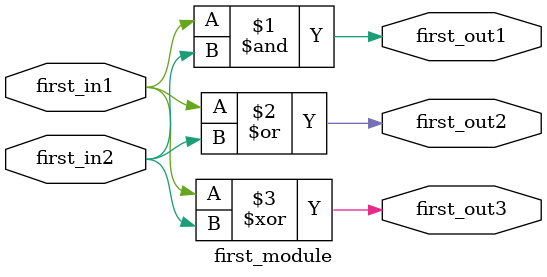
<source format=v>
module first_module (
    input   wire    first_in1,
    input   wire    first_in2,
    output  wire    first_out1,
    output  wire    first_out2,
    output  wire    first_out3       
);

assign  first_out1 = first_in1 & first_in2;
assign  first_out2 = first_in1 | first_in2;
assign  first_out3 = first_in1 ^ first_in2;
    
endmodule
</source>
